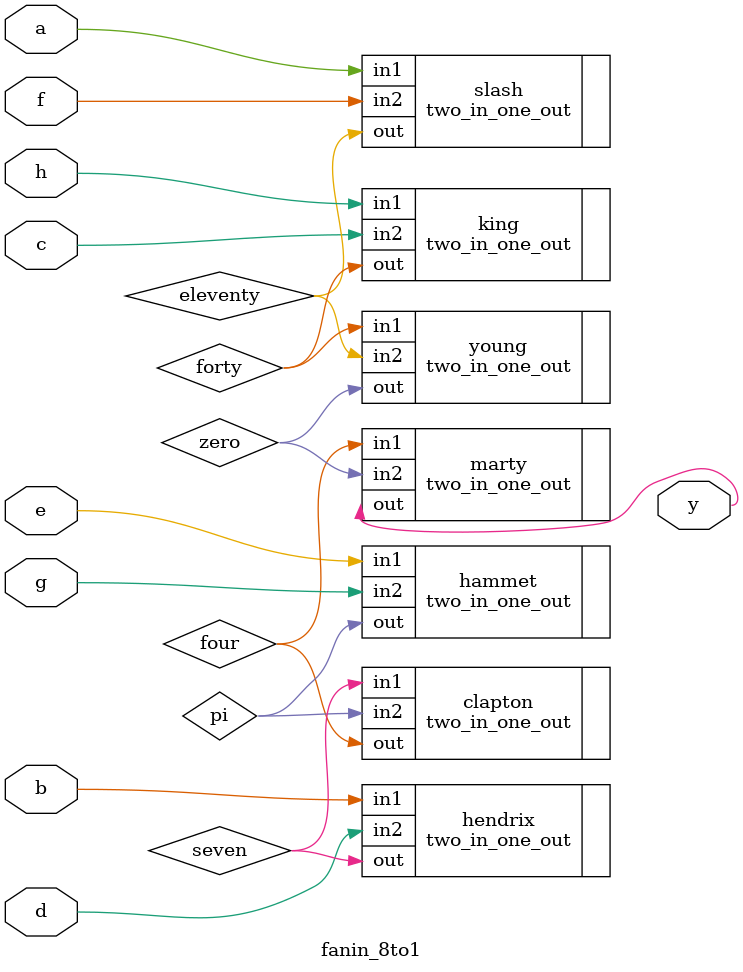
<source format=v>
module fanin_8to1
  (
    input a,
    input b,
    input c,
    input d,
    input e,
    input f,
    input g,
    input h,
    output y    
  );

  two_in_one_out hendrix ( .out(seven),    .in1(b), .in2(d) );
  two_in_one_out slash   ( .out(eleventy), .in1(a), .in2(f) );
  two_in_one_out king    ( .out(forty),    .in1(h), .in2(c) );
  two_in_one_out hammet  ( .out(pi),       .in1(e), .in2(g) );
  
  two_in_one_out clapton ( .out(four),     .in1(seven), .in2(pi) );
  two_in_one_out young   ( .out(zero),     .in1(forty), .in2(eleventy) );
  
  two_in_one_out marty   ( .out(y), .in1(four), .in2(zero) );

endmodule


</source>
